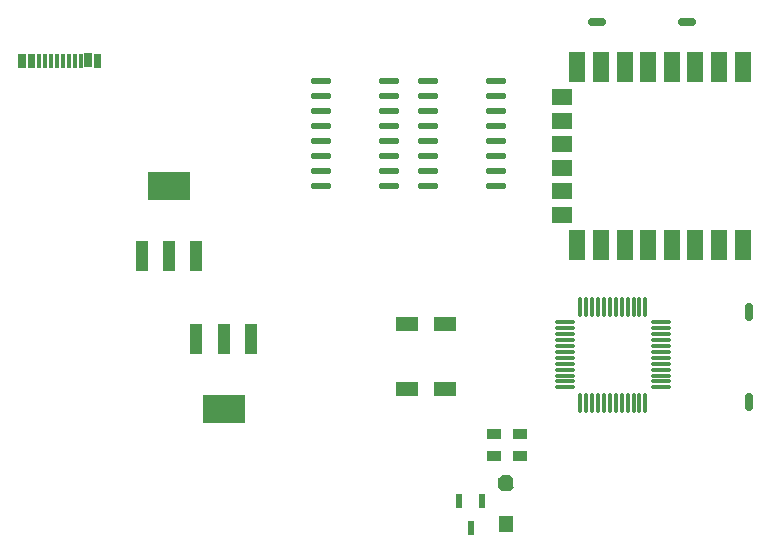
<source format=gtp>
G04*
G04 #@! TF.GenerationSoftware,Altium Limited,Altium Designer,23.3.1 (30)*
G04*
G04 Layer_Color=8421504*
%FSLAX25Y25*%
%MOIN*%
G70*
G04*
G04 #@! TF.SameCoordinates,0926E253-2B7E-4DA0-91A0-339D2320E812*
G04*
G04*
G04 #@! TF.FilePolarity,Positive*
G04*
G01*
G75*
%ADD19R,0.01181X0.04528*%
%ADD20O,0.01181X0.07087*%
%ADD21O,0.07087X0.01181*%
%ADD22O,0.06870X0.02205*%
%ADD23R,0.05512X0.09843*%
%ADD24R,0.06693X0.05512*%
G04:AMPARAMS|DCode=25|XSize=59.06mil|YSize=25.59mil|CornerRadius=6.4mil|HoleSize=0mil|Usage=FLASHONLY|Rotation=180.000|XOffset=0mil|YOffset=0mil|HoleType=Round|Shape=RoundedRectangle|*
%AMROUNDEDRECTD25*
21,1,0.05906,0.01280,0,0,180.0*
21,1,0.04626,0.02559,0,0,180.0*
1,1,0.01280,-0.02313,0.00640*
1,1,0.01280,0.02313,0.00640*
1,1,0.01280,0.02313,-0.00640*
1,1,0.01280,-0.02313,-0.00640*
%
%ADD25ROUNDEDRECTD25*%
G04:AMPARAMS|DCode=26|XSize=59.06mil|YSize=25.59mil|CornerRadius=6.4mil|HoleSize=0mil|Usage=FLASHONLY|Rotation=270.000|XOffset=0mil|YOffset=0mil|HoleType=Round|Shape=RoundedRectangle|*
%AMROUNDEDRECTD26*
21,1,0.05906,0.01280,0,0,270.0*
21,1,0.04626,0.02559,0,0,270.0*
1,1,0.01280,-0.00640,-0.02313*
1,1,0.01280,-0.00640,0.02313*
1,1,0.01280,0.00640,0.02313*
1,1,0.01280,0.00640,-0.02313*
%
%ADD26ROUNDEDRECTD26*%
%ADD27R,0.05000X0.03500*%
G04:AMPARAMS|DCode=28|XSize=55mil|YSize=50mil|CornerRadius=0mil|HoleSize=0mil|Usage=FLASHONLY|Rotation=90.000|XOffset=0mil|YOffset=0mil|HoleType=Round|Shape=Octagon|*
%AMOCTAGOND28*
4,1,8,0.01250,0.02750,-0.01250,0.02750,-0.02500,0.01500,-0.02500,-0.01500,-0.01250,-0.02750,0.01250,-0.02750,0.02500,-0.01500,0.02500,0.01500,0.01250,0.02750,0.0*
%
%ADD28OCTAGOND28*%

%ADD29R,0.05000X0.05500*%
%ADD30R,0.01968X0.04724*%
%ADD31R,0.04331X0.09843*%
%ADD32R,0.14173X0.09213*%
%ADD33R,0.01180X0.04520*%
%ADD34R,0.01181X0.04528*%
%ADD35R,0.01180X0.04520*%
%ADD36R,0.07480X0.05118*%
D19*
X189674Y395655D02*
D03*
X186525Y395656D02*
D03*
X198730Y395662D02*
D03*
X202667D02*
D03*
X212903Y395662D02*
D03*
X209753Y395672D02*
D03*
D20*
X373219Y313479D02*
D03*
X375188D02*
D03*
X377156D02*
D03*
X379125D02*
D03*
X381093D02*
D03*
X383062D02*
D03*
X385030D02*
D03*
X386999D02*
D03*
X388967D02*
D03*
X390936D02*
D03*
X392904D02*
D03*
X394873D02*
D03*
Y281589D02*
D03*
X392904D02*
D03*
X390936D02*
D03*
X388967D02*
D03*
X386999D02*
D03*
X385030D02*
D03*
X383062D02*
D03*
X381093D02*
D03*
X379125D02*
D03*
X377156D02*
D03*
X375188D02*
D03*
X373219D02*
D03*
D21*
X399991Y308361D02*
D03*
Y306392D02*
D03*
Y304423D02*
D03*
Y302455D02*
D03*
Y300486D02*
D03*
Y298518D02*
D03*
Y296550D02*
D03*
Y294581D02*
D03*
Y292613D02*
D03*
Y290644D02*
D03*
Y288675D02*
D03*
Y286707D02*
D03*
X368101D02*
D03*
Y288675D02*
D03*
Y290644D02*
D03*
Y292613D02*
D03*
Y294581D02*
D03*
Y296550D02*
D03*
Y298518D02*
D03*
Y300486D02*
D03*
Y302455D02*
D03*
Y304423D02*
D03*
Y306392D02*
D03*
Y308361D02*
D03*
D22*
X309339Y353957D02*
D03*
X309339Y358957D02*
D03*
X309339Y363957D02*
D03*
Y368957D02*
D03*
Y373957D02*
D03*
Y378957D02*
D03*
X286721Y353957D02*
D03*
X286721Y358957D02*
D03*
X286721Y363957D02*
D03*
Y368957D02*
D03*
Y373957D02*
D03*
Y378957D02*
D03*
X286721Y383957D02*
D03*
X286721Y388957D02*
D03*
X309339D02*
D03*
X309339Y383957D02*
D03*
X345106Y353957D02*
D03*
X345106Y358957D02*
D03*
X345106Y363957D02*
D03*
Y368957D02*
D03*
Y373957D02*
D03*
Y378957D02*
D03*
X322488Y353957D02*
D03*
X322488Y358957D02*
D03*
X322488Y363957D02*
D03*
Y368957D02*
D03*
Y373957D02*
D03*
Y378957D02*
D03*
X322488Y383957D02*
D03*
X322488Y388957D02*
D03*
X345106D02*
D03*
X345106Y383957D02*
D03*
D23*
X427313Y393530D02*
D03*
X419439Y393530D02*
D03*
X411564D02*
D03*
X403690D02*
D03*
X395816D02*
D03*
X387943D02*
D03*
X380068D02*
D03*
X372195Y393527D02*
D03*
Y334081D02*
D03*
X380068Y334075D02*
D03*
X387943Y334070D02*
D03*
X395816Y334073D02*
D03*
X403690Y334076D02*
D03*
X411564Y334073D02*
D03*
X419439Y334074D02*
D03*
X427313Y334073D02*
D03*
D24*
X367072Y383485D02*
D03*
X367077Y375619D02*
D03*
X367075Y367750D02*
D03*
Y359873D02*
D03*
X367075Y352002D02*
D03*
X367073Y344128D02*
D03*
D25*
X378770Y408362D02*
D03*
X408709D02*
D03*
D26*
X429500Y311864D02*
D03*
Y281925D02*
D03*
D27*
X353051Y263713D02*
D03*
X353051Y271193D02*
D03*
X344399Y271290D02*
D03*
Y263810D02*
D03*
D28*
X348500Y254750D02*
D03*
D29*
Y241250D02*
D03*
D30*
X336624Y239876D02*
D03*
X332884Y248876D02*
D03*
X340364D02*
D03*
D31*
X227112Y330519D02*
D03*
X236167D02*
D03*
X245222D02*
D03*
X263360Y302799D02*
D03*
X254305D02*
D03*
X245250D02*
D03*
D32*
X236167Y353905D02*
D03*
X254305Y279413D02*
D03*
D33*
X194794Y395656D02*
D03*
D34*
X187706D02*
D03*
X190856Y395656D02*
D03*
X192824Y395656D02*
D03*
X196761D02*
D03*
X200698Y395656D02*
D03*
X204635D02*
D03*
X208572Y395672D02*
D03*
X211722Y395662D02*
D03*
D35*
X206604Y395656D02*
D03*
D36*
X327979Y307839D02*
D03*
X327979Y286185D02*
D03*
X315381D02*
D03*
X315381Y307839D02*
D03*
M02*

</source>
